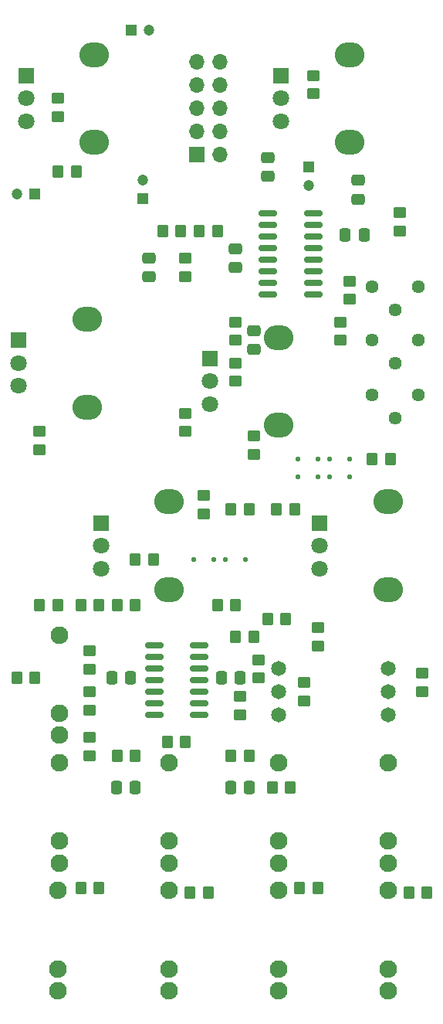
<source format=gbr>
%TF.GenerationSoftware,KiCad,Pcbnew,8.0.0*%
%TF.CreationDate,2024-05-14T21:41:44+02:00*%
%TF.ProjectId,VCO-3340,56434f2d-3333-4343-902e-6b696361645f,rev?*%
%TF.SameCoordinates,Original*%
%TF.FileFunction,Soldermask,Bot*%
%TF.FilePolarity,Negative*%
%FSLAX46Y46*%
G04 Gerber Fmt 4.6, Leading zero omitted, Abs format (unit mm)*
G04 Created by KiCad (PCBNEW 8.0.0) date 2024-05-14 21:41:44*
%MOMM*%
%LPD*%
G01*
G04 APERTURE LIST*
G04 Aperture macros list*
%AMRoundRect*
0 Rectangle with rounded corners*
0 $1 Rounding radius*
0 $2 $3 $4 $5 $6 $7 $8 $9 X,Y pos of 4 corners*
0 Add a 4 corners polygon primitive as box body*
4,1,4,$2,$3,$4,$5,$6,$7,$8,$9,$2,$3,0*
0 Add four circle primitives for the rounded corners*
1,1,$1+$1,$2,$3*
1,1,$1+$1,$4,$5*
1,1,$1+$1,$6,$7*
1,1,$1+$1,$8,$9*
0 Add four rect primitives between the rounded corners*
20,1,$1+$1,$2,$3,$4,$5,0*
20,1,$1+$1,$4,$5,$6,$7,0*
20,1,$1+$1,$6,$7,$8,$9,0*
20,1,$1+$1,$8,$9,$2,$3,0*%
G04 Aperture macros list end*
%ADD10C,1.930400*%
%ADD11O,3.240000X2.720000*%
%ADD12R,1.800000X1.800000*%
%ADD13C,1.800000*%
%ADD14C,1.651000*%
%ADD15RoundRect,0.250000X0.337500X0.475000X-0.337500X0.475000X-0.337500X-0.475000X0.337500X-0.475000X0*%
%ADD16RoundRect,0.125000X-0.125000X-0.125000X0.125000X-0.125000X0.125000X0.125000X-0.125000X0.125000X0*%
%ADD17RoundRect,0.250000X0.450000X-0.350000X0.450000X0.350000X-0.450000X0.350000X-0.450000X-0.350000X0*%
%ADD18RoundRect,0.250000X0.475000X-0.337500X0.475000X0.337500X-0.475000X0.337500X-0.475000X-0.337500X0*%
%ADD19RoundRect,0.250000X0.350000X0.450000X-0.350000X0.450000X-0.350000X-0.450000X0.350000X-0.450000X0*%
%ADD20R,1.200000X1.200000*%
%ADD21C,1.200000*%
%ADD22RoundRect,0.250000X-0.475000X0.337500X-0.475000X-0.337500X0.475000X-0.337500X0.475000X0.337500X0*%
%ADD23R,1.700000X1.700000*%
%ADD24O,1.700000X1.700000*%
%ADD25RoundRect,0.250000X-0.450000X0.350000X-0.450000X-0.350000X0.450000X-0.350000X0.450000X0.350000X0*%
%ADD26RoundRect,0.150000X0.825000X0.150000X-0.825000X0.150000X-0.825000X-0.150000X0.825000X-0.150000X0*%
%ADD27C,1.440000*%
%ADD28RoundRect,0.125000X0.125000X0.125000X-0.125000X0.125000X-0.125000X-0.125000X0.125000X-0.125000X0*%
%ADD29RoundRect,0.250000X-0.350000X-0.450000X0.350000X-0.450000X0.350000X0.450000X-0.350000X0.450000X0*%
%ADD30RoundRect,0.250000X-0.337500X-0.475000X0.337500X-0.475000X0.337500X0.475000X-0.337500X0.475000X0*%
G04 APERTURE END LIST*
D10*
%TO.C,J9*%
X51647600Y-141984000D03*
X51647600Y-131011200D03*
X51647600Y-139571000D03*
%TD*%
D11*
%TO.C,RV8*%
X63647600Y-88418200D03*
X63647600Y-98018200D03*
D12*
X56147600Y-90718200D03*
D13*
X56147600Y-93218200D03*
X56147600Y-95718200D03*
%TD*%
D11*
%TO.C,RV7*%
X39647600Y-88418200D03*
X39647600Y-98018200D03*
D12*
X32147600Y-90718200D03*
D13*
X32147600Y-93218200D03*
X32147600Y-95718200D03*
%TD*%
D11*
%TO.C,RV3*%
X51647600Y-70418200D03*
X51647600Y-80018200D03*
D12*
X44147600Y-72718200D03*
D13*
X44147600Y-75218200D03*
X44147600Y-77718200D03*
%TD*%
D10*
%TO.C,J4*%
X39647600Y-127984000D03*
X39647600Y-117011200D03*
X39647600Y-125571000D03*
%TD*%
D11*
%TO.C,RV9*%
X59440600Y-39418200D03*
X59440600Y-49018200D03*
D12*
X51940600Y-41718200D03*
D13*
X51940600Y-44218200D03*
X51940600Y-46718200D03*
%TD*%
D11*
%TO.C,RV5*%
X30647600Y-68418200D03*
X30647600Y-78018200D03*
D12*
X23147600Y-70718200D03*
D13*
X23147600Y-73218200D03*
X23147600Y-75718200D03*
%TD*%
D14*
%TO.C,SW2*%
X51647600Y-106678200D03*
X51647600Y-109218200D03*
X51647600Y-111758200D03*
%TD*%
D10*
%TO.C,J5*%
X51647600Y-127984000D03*
X51647600Y-117011200D03*
X51647600Y-125571000D03*
%TD*%
%TO.C,J3*%
X63647600Y-127984000D03*
X63647600Y-117011200D03*
X63647600Y-125571000D03*
%TD*%
D11*
%TO.C,RV2*%
X31440600Y-39418200D03*
X31440600Y-49018200D03*
D12*
X23940600Y-41718200D03*
D13*
X23940600Y-44218200D03*
X23940600Y-46718200D03*
%TD*%
D10*
%TO.C,J8*%
X39647600Y-141984000D03*
X39647600Y-131011200D03*
X39647600Y-139571000D03*
%TD*%
%TO.C,J2*%
X27647600Y-127984000D03*
X27647600Y-117011200D03*
X27647600Y-125571000D03*
%TD*%
D14*
%TO.C,SW1*%
X63647600Y-106678200D03*
X63647600Y-109218200D03*
X63647600Y-111758200D03*
%TD*%
D10*
%TO.C,J7*%
X27440600Y-141984000D03*
X27440600Y-131011200D03*
X27440600Y-139571000D03*
%TD*%
%TO.C,J10*%
X63647600Y-141984000D03*
X63647600Y-131011200D03*
X63647600Y-139571000D03*
%TD*%
%TO.C,J1*%
X27647600Y-113984000D03*
X27647600Y-103011200D03*
X27647600Y-111571000D03*
%TD*%
D15*
%TO.C,C19*%
X47440600Y-107718200D03*
X45365600Y-107718200D03*
%TD*%
D16*
%TO.C,D4*%
X42340600Y-94718200D03*
X44540600Y-94718200D03*
%TD*%
D17*
%TO.C,R27*%
X30940600Y-111218200D03*
X30940600Y-109218200D03*
%TD*%
D18*
%TO.C,C5*%
X60403100Y-55255700D03*
X60403100Y-53180700D03*
%TD*%
D19*
%TO.C,R45*%
X63940600Y-83718200D03*
X61940600Y-83718200D03*
%TD*%
%TO.C,R16*%
X40940600Y-58718200D03*
X38940600Y-58718200D03*
%TD*%
D20*
%TO.C,C12*%
X24913200Y-54718200D03*
D21*
X22913200Y-54718200D03*
%TD*%
D22*
%TO.C,C7*%
X37440600Y-61680700D03*
X37440600Y-63755700D03*
%TD*%
D23*
%TO.C,J6*%
X42700600Y-50378200D03*
D24*
X45240600Y-50378200D03*
X42700600Y-47838200D03*
X45240600Y-47838200D03*
X42700600Y-45298200D03*
X45240600Y-45298200D03*
X42700600Y-42758200D03*
X45240600Y-42758200D03*
X42700600Y-40218200D03*
X45240600Y-40218200D03*
%TD*%
D19*
%TO.C,R46*%
X53440600Y-89218200D03*
X51440600Y-89218200D03*
%TD*%
D17*
%TO.C,R10*%
X58440600Y-70718200D03*
X58440600Y-68718200D03*
%TD*%
D19*
%TO.C,R2*%
X29440600Y-52218200D03*
X27440600Y-52218200D03*
%TD*%
D25*
%TO.C,R34*%
X54440600Y-108218200D03*
X54440600Y-110218200D03*
%TD*%
D19*
%TO.C,R8*%
X27440600Y-99718200D03*
X25440600Y-99718200D03*
%TD*%
D25*
%TO.C,R4*%
X27440600Y-44218200D03*
X27440600Y-46218200D03*
%TD*%
D26*
%TO.C,U4*%
X42940600Y-104098200D03*
X42940600Y-105368200D03*
X42940600Y-106638200D03*
X42940600Y-107908200D03*
X42940600Y-109178200D03*
X42940600Y-110448200D03*
X42940600Y-111718200D03*
X37990600Y-111718200D03*
X37990600Y-110448200D03*
X37990600Y-109178200D03*
X37990600Y-107908200D03*
X37990600Y-106638200D03*
X37990600Y-105368200D03*
X37990600Y-104098200D03*
%TD*%
D27*
%TO.C,RV4*%
X61900600Y-64878200D03*
X64440600Y-67418200D03*
X66980600Y-64878200D03*
%TD*%
D25*
%TO.C,R26*%
X30940600Y-104718200D03*
X30940600Y-106718200D03*
%TD*%
D17*
%TO.C,R40*%
X49440600Y-107718200D03*
X49440600Y-105718200D03*
%TD*%
D25*
%TO.C,R49*%
X48940600Y-81218200D03*
X48940600Y-83218200D03*
%TD*%
D22*
%TO.C,C3*%
X48940600Y-69643200D03*
X48940600Y-71718200D03*
%TD*%
D17*
%TO.C,R17*%
X55440600Y-43718200D03*
X55440600Y-41718200D03*
%TD*%
D25*
%TO.C,R14*%
X41440600Y-61718200D03*
X41440600Y-63718200D03*
%TD*%
D28*
%TO.C,D5*%
X59440600Y-83718200D03*
X57240600Y-83718200D03*
%TD*%
%TO.C,D8*%
X59440600Y-85718200D03*
X57240600Y-85718200D03*
%TD*%
D17*
%TO.C,R21*%
X55940600Y-104218200D03*
X55940600Y-102218200D03*
%TD*%
D20*
%TO.C,C15*%
X35468000Y-36718200D03*
D21*
X37468000Y-36718200D03*
%TD*%
D29*
%TO.C,R48*%
X22940600Y-107718200D03*
X24940600Y-107718200D03*
%TD*%
D27*
%TO.C,RV6*%
X61900600Y-70678200D03*
X64440600Y-73218200D03*
X66980600Y-70678200D03*
%TD*%
D20*
%TO.C,C6*%
X54940600Y-51745600D03*
D21*
X54940600Y-53745600D03*
%TD*%
D28*
%TO.C,D7*%
X55940600Y-85718200D03*
X53740600Y-85718200D03*
%TD*%
D19*
%TO.C,R50*%
X48440600Y-89218200D03*
X46440600Y-89218200D03*
%TD*%
%TO.C,R44*%
X31940600Y-99718200D03*
X29940600Y-99718200D03*
%TD*%
%TO.C,R43*%
X55940600Y-130718200D03*
X53940600Y-130718200D03*
%TD*%
D30*
%TO.C,C4*%
X58940600Y-59218200D03*
X61015600Y-59218200D03*
%TD*%
D15*
%TO.C,C18*%
X35440600Y-107718200D03*
X33365600Y-107718200D03*
%TD*%
D19*
%TO.C,R35*%
X52940600Y-119718200D03*
X50940600Y-119718200D03*
%TD*%
%TO.C,R36*%
X48440600Y-116218200D03*
X46440600Y-116218200D03*
%TD*%
%TO.C,R38*%
X67940600Y-131218200D03*
X65940600Y-131218200D03*
%TD*%
D16*
%TO.C,D3*%
X45840600Y-94718200D03*
X48040600Y-94718200D03*
%TD*%
D25*
%TO.C,R32*%
X43440600Y-87718200D03*
X43440600Y-89718200D03*
%TD*%
D15*
%TO.C,C17*%
X48440600Y-119718200D03*
X46365600Y-119718200D03*
%TD*%
D19*
%TO.C,R30*%
X41440600Y-114718200D03*
X39440600Y-114718200D03*
%TD*%
D27*
%TO.C,RV10*%
X61900600Y-76678200D03*
X64440600Y-79218200D03*
X66980600Y-76678200D03*
%TD*%
D28*
%TO.C,D6*%
X55940600Y-83718200D03*
X53740600Y-83718200D03*
%TD*%
D26*
%TO.C,U1*%
X55440600Y-56773200D03*
X55440600Y-58043200D03*
X55440600Y-59313200D03*
X55440600Y-60583200D03*
X55440600Y-61853200D03*
X55440600Y-63123200D03*
X55440600Y-64393200D03*
X55440600Y-65663200D03*
X50490600Y-65663200D03*
X50490600Y-64393200D03*
X50490600Y-63123200D03*
X50490600Y-61853200D03*
X50490600Y-60583200D03*
X50490600Y-59313200D03*
X50490600Y-58043200D03*
X50490600Y-56773200D03*
%TD*%
D20*
%TO.C,C14*%
X36740600Y-55190800D03*
D21*
X36740600Y-53190800D03*
%TD*%
D17*
%TO.C,R12*%
X59440600Y-66218200D03*
X59440600Y-64218200D03*
%TD*%
D29*
%TO.C,R39*%
X33940600Y-99718200D03*
X35940600Y-99718200D03*
%TD*%
D18*
%TO.C,C1*%
X46940600Y-62755700D03*
X46940600Y-60680700D03*
%TD*%
D19*
%TO.C,R42*%
X46940600Y-99718200D03*
X44940600Y-99718200D03*
%TD*%
%TO.C,R31*%
X31940600Y-130718200D03*
X29940600Y-130718200D03*
%TD*%
D29*
%TO.C,R1*%
X42940600Y-58718200D03*
X44940600Y-58718200D03*
%TD*%
%TO.C,R47*%
X35940600Y-94718200D03*
X37940600Y-94718200D03*
%TD*%
D25*
%TO.C,R13*%
X46940600Y-68718200D03*
X46940600Y-70718200D03*
%TD*%
D17*
%TO.C,R18*%
X67440600Y-109218200D03*
X67440600Y-107218200D03*
%TD*%
%TO.C,R3*%
X41440600Y-80718200D03*
X41440600Y-78718200D03*
%TD*%
%TO.C,R33*%
X47440600Y-111718200D03*
X47440600Y-109718200D03*
%TD*%
D19*
%TO.C,R37*%
X43940600Y-131218200D03*
X41940600Y-131218200D03*
%TD*%
D18*
%TO.C,C2*%
X50440600Y-52755700D03*
X50440600Y-50680700D03*
%TD*%
D17*
%TO.C,R6*%
X46940600Y-75218200D03*
X46940600Y-73218200D03*
%TD*%
D19*
%TO.C,R41*%
X48940600Y-103218200D03*
X46940600Y-103218200D03*
%TD*%
D29*
%TO.C,R29*%
X33940600Y-116218200D03*
X35940600Y-116218200D03*
%TD*%
D25*
%TO.C,R28*%
X30940600Y-114218200D03*
X30940600Y-116218200D03*
%TD*%
%TO.C,R11*%
X64940600Y-56718200D03*
X64940600Y-58718200D03*
%TD*%
D30*
%TO.C,C16*%
X33865600Y-119718200D03*
X35940600Y-119718200D03*
%TD*%
D19*
%TO.C,R20*%
X52440600Y-101218200D03*
X50440600Y-101218200D03*
%TD*%
D25*
%TO.C,R9*%
X25440600Y-80718200D03*
X25440600Y-82718200D03*
%TD*%
M02*

</source>
